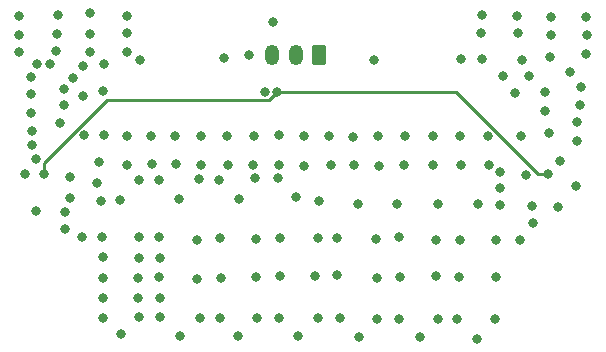
<source format=gbr>
%TF.GenerationSoftware,KiCad,Pcbnew,(6.0.1)*%
%TF.CreationDate,2022-02-11T18:02:55+00:00*%
%TF.ProjectId,Broadcast_Filter,42726f61-6463-4617-9374-5f46696c7465,rev?*%
%TF.SameCoordinates,Original*%
%TF.FileFunction,Copper,L3,Inr*%
%TF.FilePolarity,Positive*%
%FSLAX46Y46*%
G04 Gerber Fmt 4.6, Leading zero omitted, Abs format (unit mm)*
G04 Created by KiCad (PCBNEW (6.0.1)) date 2022-02-11 18:02:55*
%MOMM*%
%LPD*%
G01*
G04 APERTURE LIST*
G04 Aperture macros list*
%AMRoundRect*
0 Rectangle with rounded corners*
0 $1 Rounding radius*
0 $2 $3 $4 $5 $6 $7 $8 $9 X,Y pos of 4 corners*
0 Add a 4 corners polygon primitive as box body*
4,1,4,$2,$3,$4,$5,$6,$7,$8,$9,$2,$3,0*
0 Add four circle primitives for the rounded corners*
1,1,$1+$1,$2,$3*
1,1,$1+$1,$4,$5*
1,1,$1+$1,$6,$7*
1,1,$1+$1,$8,$9*
0 Add four rect primitives between the rounded corners*
20,1,$1+$1,$2,$3,$4,$5,0*
20,1,$1+$1,$4,$5,$6,$7,0*
20,1,$1+$1,$6,$7,$8,$9,0*
20,1,$1+$1,$8,$9,$2,$3,0*%
G04 Aperture macros list end*
%TA.AperFunction,ComponentPad*%
%ADD10RoundRect,0.250000X0.350000X0.625000X-0.350000X0.625000X-0.350000X-0.625000X0.350000X-0.625000X0*%
%TD*%
%TA.AperFunction,ComponentPad*%
%ADD11O,1.200000X1.750000*%
%TD*%
%TA.AperFunction,ViaPad*%
%ADD12C,0.800000*%
%TD*%
%TA.AperFunction,Conductor*%
%ADD13C,0.250000*%
%TD*%
G04 APERTURE END LIST*
D10*
%TO.N,Net-(J2-Pad1)*%
%TO.C,J2*%
X126333000Y-104232800D03*
D11*
%TO.N,Net-(J2-Pad2)*%
X124333000Y-104232800D03*
%TO.N,GND*%
X122333000Y-104232800D03*
%TD*%
D12*
%TO.N,GND*%
X127838200Y-122910600D03*
X148082000Y-115392200D03*
X100914200Y-102590600D03*
X106375200Y-111074200D03*
X140665200Y-113588800D03*
X110032800Y-104013000D03*
X125018800Y-111125000D03*
X107467400Y-115062000D03*
X126187200Y-119786400D03*
X126314200Y-116611400D03*
X119507000Y-116484400D03*
X105206800Y-116408200D03*
X129184400Y-111175800D03*
X106197400Y-119634000D03*
X131177900Y-126632100D03*
X116332000Y-113588800D03*
X146685000Y-113207800D03*
X107950000Y-119684800D03*
X126199500Y-126530500D03*
X105460800Y-106197400D03*
X104749600Y-107111800D03*
X110032800Y-100990400D03*
X128104500Y-126530500D03*
X111035700Y-126479700D03*
X104698800Y-108458000D03*
X140639800Y-111099600D03*
X133527800Y-113614200D03*
X124333000Y-116306600D03*
X136220200Y-119964200D03*
X108000800Y-123139200D03*
X102006400Y-110693200D03*
X109575600Y-127914400D03*
X123037600Y-122986800D03*
X130987800Y-104648000D03*
X106908600Y-102463600D03*
X115976400Y-123240800D03*
X148437600Y-108483400D03*
X140081000Y-100863400D03*
X122897500Y-126530500D03*
X139700000Y-128295400D03*
X117830600Y-114884200D03*
X138252200Y-111099600D03*
X106324400Y-107721400D03*
X101930200Y-106095800D03*
X129260600Y-113614200D03*
X148945600Y-101015800D03*
X120345200Y-104267000D03*
X140030200Y-102438200D03*
X118237000Y-104521000D03*
X132892800Y-116890800D03*
X112750600Y-114833400D03*
X116128800Y-114782600D03*
X108077000Y-105029000D03*
X112813700Y-126479700D03*
X138277600Y-119938800D03*
X141325600Y-123088400D03*
X121716800Y-107365800D03*
X116001800Y-119888000D03*
X135991600Y-113588800D03*
X143129000Y-102438200D03*
X143332200Y-119913400D03*
X120700800Y-113563400D03*
X102336600Y-113055400D03*
X120954800Y-123063000D03*
X127279400Y-113614200D03*
X116217300Y-126530500D03*
X145846800Y-104444800D03*
X102336600Y-117449600D03*
X112750600Y-119710200D03*
X120777000Y-111099600D03*
X143459200Y-104698800D03*
X143103600Y-100965000D03*
X141605000Y-114147600D03*
X131368800Y-113639600D03*
X100939600Y-104013000D03*
X136194800Y-123012200D03*
X114477800Y-116484400D03*
X108000800Y-126542800D03*
X148996400Y-102539800D03*
X110083600Y-113614200D03*
X111023400Y-121437400D03*
X100914200Y-100990400D03*
X104775000Y-118999000D03*
X145948400Y-102565200D03*
X108051600Y-107289600D03*
X142875000Y-107518200D03*
X107823000Y-116636800D03*
X112064800Y-111125000D03*
X125044200Y-113639600D03*
X147548600Y-105689400D03*
X102006400Y-111861600D03*
X120904000Y-114681000D03*
X139725400Y-116916200D03*
X118516400Y-111125000D03*
X106908600Y-103987600D03*
X122910600Y-113614200D03*
X123012200Y-119761000D03*
X110032800Y-102412800D03*
X104114600Y-102489000D03*
X135940800Y-111125000D03*
X145923000Y-101015800D03*
X112826800Y-124866400D03*
X101904800Y-107594400D03*
X143840200Y-114452400D03*
X148132800Y-111582200D03*
X145440400Y-109016800D03*
X137959700Y-126632100D03*
X131191000Y-123113800D03*
X129717800Y-128168400D03*
X110972600Y-124841000D03*
X103555800Y-105029000D03*
X140081000Y-104571800D03*
X144399000Y-118491000D03*
X109423200Y-116535200D03*
X144094200Y-106045000D03*
X114147600Y-111125000D03*
X106883200Y-100736400D03*
X108102400Y-111074200D03*
X121005600Y-119862600D03*
X131292600Y-111150400D03*
X112750600Y-123037600D03*
X141884400Y-106019600D03*
X117983000Y-123164600D03*
X127177800Y-111125000D03*
X131114800Y-119837200D03*
X111150400Y-104648000D03*
X104063800Y-103936800D03*
X114198400Y-113512600D03*
X102438200Y-105054400D03*
X125958600Y-122936000D03*
X148920200Y-104165400D03*
X122910600Y-111048800D03*
X145440400Y-107391200D03*
X146558000Y-117144800D03*
X107696000Y-113360200D03*
X134823200Y-128143000D03*
X129590800Y-116865400D03*
X104343200Y-110007400D03*
X101930200Y-109143800D03*
X145745200Y-110845600D03*
X138303000Y-113588800D03*
X119481600Y-128016000D03*
X111023400Y-119684800D03*
X104800400Y-117576600D03*
X133045200Y-119710200D03*
X141198600Y-126619000D03*
X110032800Y-111125000D03*
X136334100Y-126632100D03*
X101396800Y-114300000D03*
X105232200Y-114630200D03*
X133553200Y-111150400D03*
X138353800Y-104571800D03*
X121043300Y-126530500D03*
X118618000Y-113614200D03*
X112191800Y-113512600D03*
X144322800Y-117017800D03*
X108000800Y-124815600D03*
X117944500Y-126530500D03*
X122377200Y-101447600D03*
X133082900Y-126632100D03*
X141630400Y-116941600D03*
X127863600Y-119786400D03*
X110972600Y-123139200D03*
X122809000Y-114681000D03*
X117957600Y-119761000D03*
X133121400Y-123063000D03*
X136372600Y-116865400D03*
X104165400Y-100863400D03*
X114528600Y-128092200D03*
X141605000Y-115519200D03*
X124561600Y-128066800D03*
X111099600Y-114884200D03*
X138176000Y-123063000D03*
X141325600Y-119913400D03*
X112826800Y-121412000D03*
X143433800Y-111150400D03*
X148107400Y-109931200D03*
X148463000Y-107010200D03*
X106299000Y-105181400D03*
X116306600Y-111125000D03*
X108000800Y-121361200D03*
%TO.N,/Thru*%
X103022400Y-114350800D03*
X122782468Y-107365800D03*
X145694400Y-114300000D03*
%TD*%
D13*
%TO.N,/Thru*%
X144864814Y-114300000D02*
X137930614Y-107365800D01*
X103022400Y-113402386D02*
X108334475Y-108090311D01*
X103022400Y-114350800D02*
X103022400Y-113402386D01*
X145694400Y-114300000D02*
X144864814Y-114300000D01*
X137930614Y-107365800D02*
X122782468Y-107365800D01*
X122057957Y-108090311D02*
X122782468Y-107365800D01*
X108334475Y-108090311D02*
X122057957Y-108090311D01*
%TD*%
M02*

</source>
